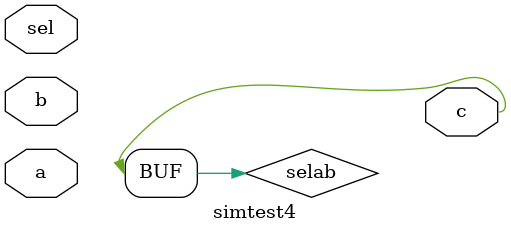
<source format=v>
module simtest4 (
 input a, b,sel,
output reg c
);

always @ ( a or b or sel) begin
	c=selab;
end

endmodule
</source>
